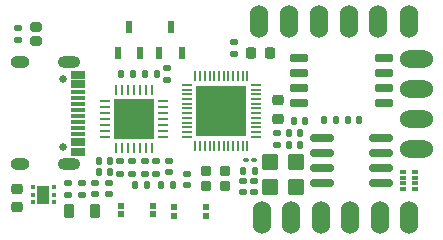
<source format=gts>
G04 #@! TF.GenerationSoftware,KiCad,Pcbnew,8.0.6*
G04 #@! TF.CreationDate,2024-11-11T10:15:46+01:00*
G04 #@! TF.ProjectId,V1,56312e6b-6963-4616-945f-706362585858,r0.1*
G04 #@! TF.SameCoordinates,Original*
G04 #@! TF.FileFunction,Soldermask,Top*
G04 #@! TF.FilePolarity,Negative*
%FSLAX46Y46*%
G04 Gerber Fmt 4.6, Leading zero omitted, Abs format (unit mm)*
G04 Created by KiCad (PCBNEW 8.0.6) date 2024-11-11 10:15:46*
%MOMM*%
%LPD*%
G01*
G04 APERTURE LIST*
G04 Aperture macros list*
%AMRoundRect*
0 Rectangle with rounded corners*
0 $1 Rounding radius*
0 $2 $3 $4 $5 $6 $7 $8 $9 X,Y pos of 4 corners*
0 Add a 4 corners polygon primitive as box body*
4,1,4,$2,$3,$4,$5,$6,$7,$8,$9,$2,$3,0*
0 Add four circle primitives for the rounded corners*
1,1,$1+$1,$2,$3*
1,1,$1+$1,$4,$5*
1,1,$1+$1,$6,$7*
1,1,$1+$1,$8,$9*
0 Add four rect primitives between the rounded corners*
20,1,$1+$1,$2,$3,$4,$5,0*
20,1,$1+$1,$4,$5,$6,$7,0*
20,1,$1+$1,$6,$7,$8,$9,0*
20,1,$1+$1,$8,$9,$2,$3,0*%
G04 Aperture macros list end*
%ADD10R,0.550000X0.550000*%
%ADD11C,1.524000*%
%ADD12R,1.270000X1.524000*%
%ADD13R,1.524000X1.270000*%
%ADD14RoundRect,0.193750X0.281250X-0.193750X0.281250X0.193750X-0.281250X0.193750X-0.281250X-0.193750X0*%
%ADD15RoundRect,0.147500X0.172500X-0.147500X0.172500X0.147500X-0.172500X0.147500X-0.172500X-0.147500X0*%
%ADD16C,0.650000*%
%ADD17RoundRect,0.075000X-0.550000X0.225000X-0.550000X-0.225000X0.550000X-0.225000X0.550000X0.225000X0*%
%ADD18RoundRect,0.075000X-0.550000X0.075000X-0.550000X-0.075000X0.550000X-0.075000X0.550000X0.075000X0*%
%ADD19O,1.900000X1.000000*%
%ADD20O,1.600000X1.000000*%
%ADD21RoundRect,0.218750X0.256250X-0.218750X0.256250X0.218750X-0.256250X0.218750X-0.256250X-0.218750X0*%
%ADD22RoundRect,0.147500X-0.172500X0.147500X-0.172500X-0.147500X0.172500X-0.147500X0.172500X0.147500X0*%
%ADD23RoundRect,0.147500X0.147500X0.172500X-0.147500X0.172500X-0.147500X-0.172500X0.147500X-0.172500X0*%
%ADD24RoundRect,0.062500X-0.337500X-0.062500X0.337500X-0.062500X0.337500X0.062500X-0.337500X0.062500X0*%
%ADD25RoundRect,0.062500X-0.062500X-0.337500X0.062500X-0.337500X0.062500X0.337500X-0.062500X0.337500X0*%
%ADD26R,3.350000X3.350000*%
%ADD27RoundRect,0.135000X0.135000X0.185000X-0.135000X0.185000X-0.135000X-0.185000X0.135000X-0.185000X0*%
%ADD28RoundRect,0.093750X0.093750X0.106250X-0.093750X0.106250X-0.093750X-0.106250X0.093750X-0.106250X0*%
%ADD29R,1.000000X1.600000*%
%ADD30RoundRect,0.150000X0.650000X0.150000X-0.650000X0.150000X-0.650000X-0.150000X0.650000X-0.150000X0*%
%ADD31RoundRect,0.135000X-0.185000X0.135000X-0.185000X-0.135000X0.185000X-0.135000X0.185000X0.135000X0*%
%ADD32RoundRect,0.135000X-0.135000X-0.185000X0.135000X-0.185000X0.135000X0.185000X-0.135000X0.185000X0*%
%ADD33RoundRect,0.218750X-0.218750X-0.256250X0.218750X-0.256250X0.218750X0.256250X-0.218750X0.256250X0*%
%ADD34R,0.500000X0.400000*%
%ADD35R,0.500000X0.300000*%
%ADD36R,0.600000X1.100000*%
%ADD37RoundRect,0.147500X-0.147500X-0.172500X0.147500X-0.172500X0.147500X0.172500X-0.147500X0.172500X0*%
%ADD38RoundRect,0.140000X-0.140000X-0.170000X0.140000X-0.170000X0.140000X0.170000X-0.140000X0.170000X0*%
%ADD39RoundRect,0.135000X0.185000X-0.135000X0.185000X0.135000X-0.185000X0.135000X-0.185000X-0.135000X0*%
%ADD40RoundRect,0.200000X-0.250000X0.200000X-0.250000X-0.200000X0.250000X-0.200000X0.250000X0.200000X0*%
%ADD41RoundRect,0.140000X0.170000X-0.140000X0.170000X0.140000X-0.170000X0.140000X-0.170000X-0.140000X0*%
%ADD42RoundRect,0.135000X0.540000X0.540000X-0.540000X0.540000X-0.540000X-0.540000X0.540000X-0.540000X0*%
%ADD43RoundRect,0.218750X-0.218750X-0.381250X0.218750X-0.381250X0.218750X0.381250X-0.218750X0.381250X0*%
%ADD44R,0.850000X0.200000*%
%ADD45R,0.200000X0.850000*%
%ADD46R,4.350000X4.350000*%
%ADD47RoundRect,0.150000X0.825000X0.150000X-0.825000X0.150000X-0.825000X-0.150000X0.825000X-0.150000X0*%
%ADD48RoundRect,0.225000X-0.250000X0.225000X-0.250000X-0.225000X0.250000X-0.225000X0.250000X0.225000X0*%
%ADD49RoundRect,0.100000X-0.130000X-0.100000X0.130000X-0.100000X0.130000X0.100000X-0.130000X0.100000X0*%
G04 APERTURE END LIST*
D10*
G04 #@! TO.C,SW1*
X112575000Y-108075000D03*
X112575000Y-107325000D03*
X109925000Y-107325000D03*
X109925000Y-108075000D03*
G04 #@! TD*
D11*
G04 #@! TO.C,P25*
X134290000Y-100000000D03*
D12*
X134925000Y-100000000D03*
D11*
X135560000Y-100000000D03*
G04 #@! TD*
G04 #@! TO.C,P28*
X134290000Y-102540000D03*
D12*
X134925000Y-102540000D03*
D11*
X135560000Y-102540000D03*
G04 #@! TD*
G04 #@! TO.C,P7*
X129300000Y-107721500D03*
D13*
X129300000Y-108356500D03*
D11*
X129300000Y-108991500D03*
G04 #@! TD*
G04 #@! TO.C,P18*
X129200000Y-92380000D03*
D13*
X129200000Y-91745000D03*
D11*
X129200000Y-91110000D03*
G04 #@! TD*
G04 #@! TO.C,P17*
X124130000Y-92380000D03*
D13*
X124130000Y-91745000D03*
D11*
X124130000Y-91110000D03*
G04 #@! TD*
G04 #@! TO.C,P15*
X121600000Y-92400000D03*
D13*
X121600000Y-91765000D03*
D11*
X121600000Y-91130000D03*
G04 #@! TD*
G04 #@! TO.C,P12*
X126800000Y-107700000D03*
D13*
X126800000Y-108335000D03*
D11*
X126800000Y-108970000D03*
G04 #@! TD*
G04 #@! TO.C,P14*
X134300000Y-92400000D03*
D13*
X134300000Y-91765000D03*
D11*
X134300000Y-91130000D03*
G04 #@! TD*
G04 #@! TO.C,P13*
X131700000Y-92400000D03*
D13*
X131700000Y-91765000D03*
D11*
X131700000Y-91130000D03*
G04 #@! TD*
G04 #@! TO.C,P9*
X134300000Y-107721500D03*
D13*
X134300000Y-108356500D03*
D11*
X134300000Y-108991500D03*
G04 #@! TD*
G04 #@! TO.C,P8*
X131800000Y-107721500D03*
D13*
X131800000Y-108356500D03*
D11*
X131800000Y-108991500D03*
G04 #@! TD*
D14*
G04 #@! TO.C,D3*
X102700000Y-93387500D03*
X102700000Y-92212500D03*
G04 #@! TD*
D15*
G04 #@! TO.C,C9*
X119500000Y-94485000D03*
X119500000Y-93515000D03*
G04 #@! TD*
D11*
G04 #@! TO.C,P31*
X134290000Y-97460000D03*
D12*
X134925000Y-97460000D03*
D11*
X135560000Y-97460000D03*
G04 #@! TD*
G04 #@! TO.C,P30*
X134290000Y-94920000D03*
D12*
X134925000Y-94920000D03*
D11*
X135560000Y-94920000D03*
G04 #@! TD*
G04 #@! TO.C,P11*
X124300000Y-107700000D03*
D13*
X124300000Y-108335000D03*
D11*
X124300000Y-108970000D03*
G04 #@! TD*
G04 #@! TO.C,P10*
X121800000Y-107700000D03*
D13*
X121800000Y-108335000D03*
D11*
X121800000Y-108970000D03*
G04 #@! TD*
G04 #@! TO.C,P16*
X126670000Y-92380000D03*
D13*
X126670000Y-91745000D03*
D11*
X126670000Y-91110000D03*
G04 #@! TD*
D16*
G04 #@! TO.C,J1*
X105000000Y-96610000D03*
X105000000Y-102390000D03*
D17*
X106245000Y-96250000D03*
X106245000Y-97050000D03*
D18*
X106245000Y-98250000D03*
X106245000Y-99250000D03*
X106245000Y-99750000D03*
X106245000Y-100750000D03*
D17*
X106245000Y-101950000D03*
X106245000Y-102750000D03*
X106245000Y-102750000D03*
X106245000Y-101950000D03*
D18*
X106245000Y-101250000D03*
X106245000Y-100250000D03*
X106245000Y-98750000D03*
X106245000Y-97750000D03*
D17*
X106245000Y-97050000D03*
X106245000Y-96250000D03*
D19*
X105530000Y-95180000D03*
D20*
X101350000Y-95180000D03*
D19*
X105530000Y-103820000D03*
D20*
X101350000Y-103820000D03*
G04 #@! TD*
D21*
G04 #@! TO.C,C19*
X123200000Y-99987500D03*
X123200000Y-98412500D03*
G04 #@! TD*
D22*
G04 #@! TO.C,R13*
X101200000Y-92315000D03*
X101200000Y-93285000D03*
G04 #@! TD*
D23*
G04 #@! TO.C,R10*
X112085000Y-105600000D03*
X111115000Y-105600000D03*
G04 #@! TD*
D15*
G04 #@! TO.C,C12*
X113800000Y-96685000D03*
X113800000Y-95715000D03*
G04 #@! TD*
D24*
G04 #@! TO.C,U7*
X108550000Y-98500000D03*
X108550000Y-99000000D03*
X108550000Y-99500000D03*
X108550000Y-100000000D03*
X108550000Y-100500000D03*
X108550000Y-101000000D03*
X108550000Y-101500000D03*
D25*
X109500000Y-102450000D03*
X110000000Y-102450000D03*
X110500000Y-102450000D03*
X111000000Y-102450000D03*
X111500000Y-102450000D03*
X112000000Y-102450000D03*
X112500000Y-102450000D03*
D24*
X113450000Y-101500000D03*
X113450000Y-101000000D03*
X113450000Y-100500000D03*
X113450000Y-100000000D03*
X113450000Y-99500000D03*
X113450000Y-99000000D03*
X113450000Y-98500000D03*
D25*
X112500000Y-97550000D03*
X112000000Y-97550000D03*
X111500000Y-97550000D03*
X111000000Y-97550000D03*
X110500000Y-97550000D03*
X110000000Y-97550000D03*
X109500000Y-97550000D03*
D26*
X111000000Y-100000000D03*
G04 #@! TD*
D27*
G04 #@! TO.C,R1*
X114310000Y-105600000D03*
X113290000Y-105600000D03*
G04 #@! TD*
D28*
G04 #@! TO.C,U5*
X104187500Y-107050000D03*
X104187500Y-106400000D03*
X104187500Y-105750000D03*
X102412500Y-105750000D03*
X102412500Y-106400000D03*
X102412500Y-107050000D03*
D29*
X103300000Y-106400000D03*
G04 #@! TD*
D22*
G04 #@! TO.C,C3*
X115500000Y-104615000D03*
X115500000Y-105585000D03*
G04 #@! TD*
D30*
G04 #@! TO.C,U4*
X132200000Y-98605000D03*
X132200000Y-97335000D03*
X132200000Y-96065000D03*
X132200000Y-94795000D03*
X125000000Y-94795000D03*
X125000000Y-96065000D03*
X125000000Y-97335000D03*
X125000000Y-98605000D03*
G04 #@! TD*
D31*
G04 #@! TO.C,R16*
X110800000Y-103590000D03*
X110800000Y-104610000D03*
G04 #@! TD*
D32*
G04 #@! TO.C,R21*
X109890000Y-96200000D03*
X110910000Y-96200000D03*
G04 #@! TD*
D33*
G04 #@! TO.C,C14*
X120912500Y-94400000D03*
X122487500Y-94400000D03*
G04 #@! TD*
D34*
G04 #@! TO.C,RN1*
X133800000Y-104450000D03*
D35*
X133800000Y-104950000D03*
X133800000Y-105450000D03*
D34*
X133800000Y-105950000D03*
X134800000Y-105950000D03*
D35*
X134800000Y-105450000D03*
X134800000Y-104950000D03*
D34*
X134800000Y-104450000D03*
G04 #@! TD*
D36*
G04 #@! TO.C,Q1*
X113150000Y-94400000D03*
X115050000Y-94400000D03*
X114100000Y-92200000D03*
G04 #@! TD*
D22*
G04 #@! TO.C,L2*
X123100000Y-101215000D03*
X123100000Y-102185000D03*
G04 #@! TD*
D37*
G04 #@! TO.C,C11*
X124115000Y-102200000D03*
X125085000Y-102200000D03*
G04 #@! TD*
D38*
G04 #@! TO.C,C20*
X108020000Y-104500000D03*
X108980000Y-104500000D03*
G04 #@! TD*
D10*
G04 #@! TO.C,SW2*
X114425000Y-107425000D03*
X114425000Y-108175000D03*
X117075000Y-108175000D03*
X117075000Y-107425000D03*
G04 #@! TD*
D15*
G04 #@! TO.C,C4*
X120200000Y-106185000D03*
X120200000Y-105215000D03*
G04 #@! TD*
D31*
G04 #@! TO.C,R8*
X105400000Y-105390000D03*
X105400000Y-106410000D03*
G04 #@! TD*
D39*
G04 #@! TO.C,R22*
X112900000Y-104610000D03*
X112900000Y-103590000D03*
G04 #@! TD*
D37*
G04 #@! TO.C,C2*
X129115000Y-100100000D03*
X130085000Y-100100000D03*
G04 #@! TD*
D23*
G04 #@! TO.C,C1*
X128085000Y-100100000D03*
X127115000Y-100100000D03*
G04 #@! TD*
D37*
G04 #@! TO.C,C10*
X124115000Y-101200000D03*
X125085000Y-101200000D03*
G04 #@! TD*
D40*
G04 #@! TO.C,Y1*
X118725000Y-104375000D03*
X117075000Y-104375000D03*
X117075000Y-105625000D03*
X118725000Y-105625000D03*
G04 #@! TD*
D38*
G04 #@! TO.C,C18*
X108040000Y-103530000D03*
X109000000Y-103530000D03*
G04 #@! TD*
D37*
G04 #@! TO.C,C15*
X124515000Y-100200000D03*
X125485000Y-100200000D03*
G04 #@! TD*
D39*
G04 #@! TO.C,R17*
X109800000Y-104610000D03*
X109800000Y-103590000D03*
G04 #@! TD*
D41*
G04 #@! TO.C,C17*
X121200000Y-106180000D03*
X121200000Y-105220000D03*
G04 #@! TD*
D36*
G04 #@! TO.C,Q2*
X109650000Y-94400000D03*
X111550000Y-94400000D03*
X110600000Y-92200000D03*
G04 #@! TD*
D42*
G04 #@! TO.C,AE1*
X122525000Y-103625000D03*
X124675000Y-105775000D03*
X124675000Y-103625000D03*
X122525000Y-105775000D03*
G04 #@! TD*
D41*
G04 #@! TO.C,C6*
X107700000Y-106380000D03*
X107700000Y-105420000D03*
G04 #@! TD*
D43*
G04 #@! TO.C,L1*
X105537500Y-107800000D03*
X107662500Y-107800000D03*
G04 #@! TD*
D31*
G04 #@! TO.C,R18*
X111900000Y-103590000D03*
X111900000Y-104610000D03*
G04 #@! TD*
D44*
G04 #@! TO.C,U3*
X121350000Y-101500000D03*
X121350000Y-101100000D03*
X121350000Y-100700000D03*
X121350000Y-100300000D03*
X121350000Y-99900000D03*
X121350000Y-99500000D03*
X121350000Y-99100000D03*
X121350000Y-98700000D03*
X121350000Y-98300000D03*
X121350000Y-97900000D03*
X121350000Y-97500000D03*
X121350000Y-97100000D03*
D45*
X120600000Y-96350000D03*
X120200000Y-96350000D03*
X119800000Y-96350000D03*
X119400000Y-96350000D03*
X119000000Y-96350000D03*
X118600000Y-96350000D03*
X118200000Y-96350000D03*
X117800000Y-96350000D03*
X117400000Y-96350000D03*
X117000000Y-96350000D03*
X116600000Y-96350000D03*
X116200000Y-96350000D03*
D44*
X115450000Y-97100000D03*
X115450000Y-97500000D03*
X115450000Y-97900000D03*
X115450000Y-98300000D03*
X115450000Y-98700000D03*
X115450000Y-99100000D03*
X115450000Y-99500000D03*
X115450000Y-99900000D03*
X115450000Y-100300000D03*
X115450000Y-100700000D03*
X115450000Y-101100000D03*
X115450000Y-101500000D03*
D45*
X116200000Y-102250000D03*
X116600000Y-102250000D03*
X117000000Y-102250000D03*
X117400000Y-102250000D03*
X117800000Y-102250000D03*
X118200000Y-102250000D03*
X118600000Y-102250000D03*
X119000000Y-102250000D03*
X119400000Y-102250000D03*
X119800000Y-102250000D03*
X120200000Y-102250000D03*
X120600000Y-102250000D03*
D46*
X118400000Y-99300000D03*
G04 #@! TD*
D47*
G04 #@! TO.C,U2*
X131875000Y-105405000D03*
X131875000Y-104135000D03*
X131875000Y-102865000D03*
X131875000Y-101595000D03*
X126925000Y-101595000D03*
X126925000Y-102865000D03*
X126925000Y-104135000D03*
X126925000Y-105405000D03*
G04 #@! TD*
D22*
G04 #@! TO.C,C13*
X114000000Y-103515000D03*
X114000000Y-104485000D03*
G04 #@! TD*
D48*
G04 #@! TO.C,C5*
X101100000Y-105925000D03*
X101100000Y-107475000D03*
G04 #@! TD*
D39*
G04 #@! TO.C,R7*
X106600000Y-106410000D03*
X106600000Y-105390000D03*
G04 #@! TD*
D27*
G04 #@! TO.C,R15*
X121210000Y-104400000D03*
X120190000Y-104400000D03*
G04 #@! TD*
D49*
G04 #@! TO.C,C16*
X120480000Y-103500000D03*
X121120000Y-103500000D03*
G04 #@! TD*
D27*
G04 #@! TO.C,R20*
X112910000Y-96200000D03*
X111890000Y-96200000D03*
G04 #@! TD*
D41*
G04 #@! TO.C,C7*
X108900000Y-106380000D03*
X108900000Y-105420000D03*
G04 #@! TD*
M02*

</source>
